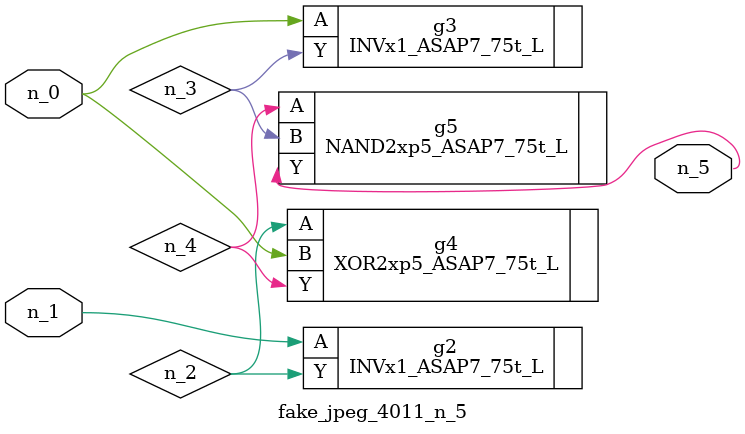
<source format=v>
module fake_jpeg_4011_n_5 (n_0, n_1, n_5);

input n_0;
input n_1;

output n_5;

wire n_3;
wire n_2;
wire n_4;

INVx1_ASAP7_75t_L g2 ( 
.A(n_1),
.Y(n_2)
);

INVx1_ASAP7_75t_L g3 ( 
.A(n_0),
.Y(n_3)
);

XOR2xp5_ASAP7_75t_L g4 ( 
.A(n_2),
.B(n_0),
.Y(n_4)
);

NAND2xp5_ASAP7_75t_L g5 ( 
.A(n_4),
.B(n_3),
.Y(n_5)
);


endmodule
</source>
